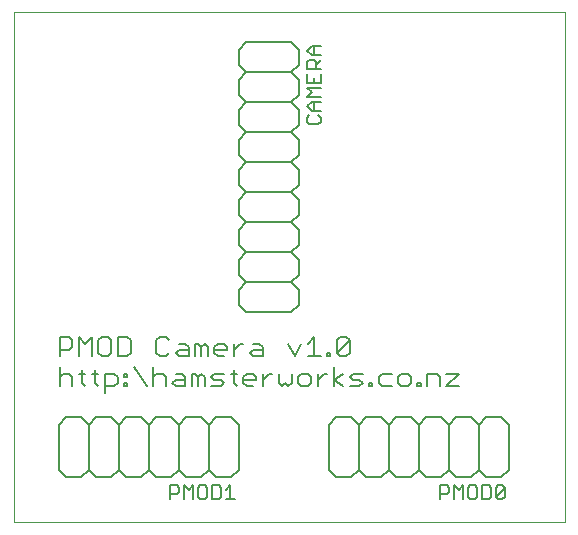
<source format=gto>
G75*
G70*
%OFA0B0*%
%FSLAX24Y24*%
%IPPOS*%
%LPD*%
%AMOC8*
5,1,8,0,0,1.08239X$1,22.5*
%
%ADD10C,0.0000*%
%ADD11C,0.0060*%
%ADD12C,0.0050*%
D10*
X000100Y000100D02*
X000100Y017096D01*
X018470Y017096D01*
X018470Y000100D01*
X000100Y000100D01*
D11*
X001850Y001600D02*
X001600Y001850D01*
X001600Y003350D01*
X001850Y003600D01*
X002350Y003600D01*
X002600Y003350D01*
X002600Y001850D01*
X002350Y001600D01*
X001850Y001600D01*
X002600Y001850D02*
X002850Y001600D01*
X003350Y001600D01*
X003600Y001850D01*
X003600Y003350D01*
X003350Y003600D01*
X002850Y003600D01*
X002600Y003350D01*
X003600Y003350D02*
X003850Y003600D01*
X004350Y003600D01*
X004600Y003350D01*
X004600Y001850D01*
X004350Y001600D01*
X003850Y001600D01*
X003600Y001850D01*
X004600Y001850D02*
X004850Y001600D01*
X005350Y001600D01*
X005600Y001850D01*
X005600Y003350D01*
X005350Y003600D01*
X004850Y003600D01*
X004600Y003350D01*
X005600Y003350D02*
X005850Y003600D01*
X006350Y003600D01*
X006600Y003350D01*
X006600Y001850D01*
X006350Y001600D01*
X005850Y001600D01*
X005600Y001850D01*
X006600Y001850D02*
X006850Y001600D01*
X007350Y001600D01*
X007600Y001850D01*
X007600Y003350D01*
X007350Y003600D01*
X006850Y003600D01*
X006600Y003350D01*
X006679Y004630D02*
X006999Y004630D01*
X007106Y004737D01*
X006999Y004844D01*
X006786Y004844D01*
X006679Y004950D01*
X006786Y005057D01*
X007106Y005057D01*
X007324Y005057D02*
X007537Y005057D01*
X007430Y005164D02*
X007430Y004737D01*
X007537Y004630D01*
X007753Y004737D02*
X007753Y004950D01*
X007860Y005057D01*
X008073Y005057D01*
X008180Y004950D01*
X008180Y004844D01*
X007753Y004844D01*
X007753Y004737D02*
X007860Y004630D01*
X008073Y004630D01*
X008398Y004630D02*
X008398Y005057D01*
X008398Y004844D02*
X008611Y005057D01*
X008718Y005057D01*
X008935Y005057D02*
X008935Y004737D01*
X009042Y004630D01*
X009148Y004737D01*
X009255Y004630D01*
X009362Y004737D01*
X009362Y005057D01*
X009579Y004950D02*
X009579Y004737D01*
X009686Y004630D01*
X009900Y004630D01*
X010006Y004737D01*
X010006Y004950D01*
X009900Y005057D01*
X009686Y005057D01*
X009579Y004950D01*
X010224Y004844D02*
X010438Y005057D01*
X010544Y005057D01*
X010761Y004844D02*
X011081Y005057D01*
X011298Y004950D02*
X011405Y005057D01*
X011725Y005057D01*
X011619Y004844D02*
X011405Y004844D01*
X011298Y004950D01*
X011298Y004630D02*
X011619Y004630D01*
X011725Y004737D01*
X011619Y004844D01*
X011943Y004737D02*
X011943Y004630D01*
X012050Y004630D01*
X012050Y004737D01*
X011943Y004737D01*
X012265Y004737D02*
X012372Y004630D01*
X012692Y004630D01*
X012910Y004737D02*
X013016Y004630D01*
X013230Y004630D01*
X013337Y004737D01*
X013337Y004950D01*
X013230Y005057D01*
X013016Y005057D01*
X012910Y004950D01*
X012910Y004737D01*
X012692Y005057D02*
X012372Y005057D01*
X012265Y004950D01*
X012265Y004737D01*
X013554Y004737D02*
X013554Y004630D01*
X013661Y004630D01*
X013661Y004737D01*
X013554Y004737D01*
X013876Y004630D02*
X013876Y005057D01*
X014197Y005057D01*
X014303Y004950D01*
X014303Y004630D01*
X014521Y004630D02*
X014948Y004630D01*
X014948Y005057D02*
X014521Y004630D01*
X014521Y005057D02*
X014948Y005057D01*
X014850Y003600D02*
X015350Y003600D01*
X015600Y003350D01*
X015600Y001850D01*
X015350Y001600D01*
X014850Y001600D01*
X014600Y001850D01*
X014600Y003350D01*
X014350Y003600D01*
X013850Y003600D01*
X013600Y003350D01*
X013600Y001850D01*
X013350Y001600D01*
X012850Y001600D01*
X012600Y001850D01*
X012600Y003350D01*
X012350Y003600D01*
X011850Y003600D01*
X011600Y003350D01*
X011350Y003600D01*
X010850Y003600D01*
X010600Y003350D01*
X010600Y001850D01*
X010850Y001600D01*
X011350Y001600D01*
X011600Y001850D01*
X011600Y003350D01*
X012600Y003350D02*
X012850Y003600D01*
X013350Y003600D01*
X013600Y003350D01*
X014600Y003350D02*
X014850Y003600D01*
X015600Y003350D02*
X015850Y003600D01*
X016350Y003600D01*
X016600Y003350D01*
X016600Y001850D01*
X016350Y001600D01*
X015850Y001600D01*
X015600Y001850D01*
X014600Y001850D02*
X014350Y001600D01*
X013850Y001600D01*
X013600Y001850D01*
X012600Y001850D02*
X012350Y001600D01*
X011850Y001600D01*
X011600Y001850D01*
X011081Y004630D02*
X010761Y004844D01*
X010761Y004630D02*
X010761Y005271D01*
X010653Y005630D02*
X010546Y005630D01*
X010546Y005737D01*
X010653Y005737D01*
X010653Y005630D01*
X010869Y005737D02*
X011296Y006164D01*
X011296Y005737D01*
X011189Y005630D01*
X010975Y005630D01*
X010869Y005737D01*
X010869Y006164D01*
X010975Y006271D01*
X011189Y006271D01*
X011296Y006164D01*
X010329Y005630D02*
X009902Y005630D01*
X010115Y005630D02*
X010115Y006271D01*
X009902Y006057D01*
X009684Y006057D02*
X009471Y005630D01*
X009257Y006057D01*
X008395Y005950D02*
X008395Y005630D01*
X008075Y005630D01*
X007968Y005737D01*
X008075Y005844D01*
X008395Y005844D01*
X008395Y005950D02*
X008288Y006057D01*
X008075Y006057D01*
X007751Y006057D02*
X007644Y006057D01*
X007431Y005844D01*
X007431Y006057D02*
X007431Y005630D01*
X007213Y005844D02*
X007213Y005950D01*
X007107Y006057D01*
X006893Y006057D01*
X006786Y005950D01*
X006786Y005737D01*
X006893Y005630D01*
X007107Y005630D01*
X007213Y005844D02*
X006786Y005844D01*
X006569Y005950D02*
X006569Y005630D01*
X006355Y005630D02*
X006355Y005950D01*
X006462Y006057D01*
X006569Y005950D01*
X006355Y005950D02*
X006249Y006057D01*
X006142Y006057D01*
X006142Y005630D01*
X005924Y005630D02*
X005924Y005950D01*
X005818Y006057D01*
X005604Y006057D01*
X005604Y005844D02*
X005497Y005737D01*
X005604Y005630D01*
X005924Y005630D01*
X005924Y005844D02*
X005604Y005844D01*
X005280Y005737D02*
X005173Y005630D01*
X004960Y005630D01*
X004853Y005737D01*
X004853Y006164D01*
X004960Y006271D01*
X005173Y006271D01*
X005280Y006164D01*
X004745Y005271D02*
X004745Y004630D01*
X004528Y004630D02*
X004101Y005271D01*
X003885Y005057D02*
X003885Y004950D01*
X003778Y004950D01*
X003778Y005057D01*
X003885Y005057D01*
X003561Y004950D02*
X003561Y004737D01*
X003454Y004630D01*
X003134Y004630D01*
X003134Y004416D02*
X003134Y005057D01*
X003454Y005057D01*
X003561Y004950D01*
X003778Y004737D02*
X003778Y004630D01*
X003885Y004630D01*
X003885Y004737D01*
X003778Y004737D01*
X002918Y004630D02*
X002811Y004737D01*
X002811Y005164D01*
X002704Y005057D02*
X002918Y005057D01*
X002488Y005057D02*
X002275Y005057D01*
X002381Y005164D02*
X002381Y004737D01*
X002488Y004630D01*
X002057Y004630D02*
X002057Y004950D01*
X001950Y005057D01*
X001737Y005057D01*
X001630Y004950D01*
X001630Y004630D02*
X001630Y005271D01*
X001630Y005630D02*
X001630Y006271D01*
X001950Y006271D01*
X002057Y006164D01*
X002057Y005950D01*
X001950Y005844D01*
X001630Y005844D01*
X002275Y005630D02*
X002275Y006271D01*
X002488Y006057D01*
X002702Y006271D01*
X002702Y005630D01*
X002919Y005737D02*
X003026Y005630D01*
X003239Y005630D01*
X003346Y005737D01*
X003346Y006164D01*
X003239Y006271D01*
X003026Y006271D01*
X002919Y006164D01*
X002919Y005737D01*
X003564Y005630D02*
X003884Y005630D01*
X003991Y005737D01*
X003991Y006164D01*
X003884Y006271D01*
X003564Y006271D01*
X003564Y005630D01*
X004745Y004950D02*
X004852Y005057D01*
X005066Y005057D01*
X005172Y004950D01*
X005172Y004630D01*
X005390Y004737D02*
X005497Y004844D01*
X005817Y004844D01*
X005817Y004950D02*
X005817Y004630D01*
X005497Y004630D01*
X005390Y004737D01*
X005497Y005057D02*
X005710Y005057D01*
X005817Y004950D01*
X006034Y005057D02*
X006141Y005057D01*
X006248Y004950D01*
X006355Y005057D01*
X006461Y004950D01*
X006461Y004630D01*
X006248Y004630D02*
X006248Y004950D01*
X006034Y005057D02*
X006034Y004630D01*
X007850Y007100D02*
X009350Y007100D01*
X009600Y007350D01*
X009600Y007850D01*
X009350Y008100D01*
X007850Y008100D01*
X007600Y007850D01*
X007600Y007350D01*
X007850Y007100D01*
X007850Y008100D02*
X007600Y008350D01*
X007600Y008850D01*
X007850Y009100D01*
X009350Y009100D01*
X009600Y008850D01*
X009600Y008350D01*
X009350Y008100D01*
X009350Y009100D02*
X009600Y009350D01*
X009600Y009850D01*
X009350Y010100D01*
X007850Y010100D01*
X007600Y009850D01*
X007600Y009350D01*
X007850Y009100D01*
X007850Y010100D02*
X007600Y010350D01*
X007600Y010850D01*
X007850Y011100D01*
X009350Y011100D01*
X009600Y010850D01*
X009600Y010350D01*
X009350Y010100D01*
X009350Y011100D02*
X009600Y011350D01*
X009600Y011850D01*
X009350Y012100D01*
X007850Y012100D01*
X007600Y011850D01*
X007600Y011350D01*
X007850Y011100D01*
X007850Y012100D02*
X007600Y012350D01*
X007600Y012850D01*
X007850Y013100D01*
X009350Y013100D01*
X009600Y012850D01*
X009600Y012350D01*
X009350Y012100D01*
X009350Y013100D02*
X009600Y013350D01*
X009600Y013850D01*
X009350Y014100D01*
X007850Y014100D01*
X007600Y013850D01*
X007600Y013350D01*
X007850Y013100D01*
X007850Y014100D02*
X007600Y014350D01*
X007600Y014850D01*
X007850Y015100D01*
X009350Y015100D01*
X009600Y014850D01*
X009600Y014350D01*
X009350Y014100D01*
X009350Y015100D02*
X009600Y015350D01*
X009600Y015850D01*
X009350Y016100D01*
X007850Y016100D01*
X007600Y015850D01*
X007600Y015350D01*
X007850Y015100D01*
X010224Y005057D02*
X010224Y004630D01*
D12*
X007315Y001325D02*
X007315Y000875D01*
X007165Y000875D02*
X007465Y000875D01*
X007165Y001175D02*
X007315Y001325D01*
X007004Y001250D02*
X007004Y000950D01*
X006929Y000875D01*
X006704Y000875D01*
X006704Y001325D01*
X006929Y001325D01*
X007004Y001250D01*
X006544Y001250D02*
X006544Y000950D01*
X006469Y000875D01*
X006319Y000875D01*
X006244Y000950D01*
X006244Y001250D01*
X006319Y001325D01*
X006469Y001325D01*
X006544Y001250D01*
X006084Y001325D02*
X006084Y000875D01*
X005783Y000875D02*
X005783Y001325D01*
X005934Y001175D01*
X006084Y001325D01*
X005623Y001250D02*
X005623Y001100D01*
X005548Y001025D01*
X005323Y001025D01*
X005323Y000875D02*
X005323Y001325D01*
X005548Y001325D01*
X005623Y001250D01*
X014323Y001325D02*
X014323Y000875D01*
X014323Y001025D02*
X014548Y001025D01*
X014623Y001100D01*
X014623Y001250D01*
X014548Y001325D01*
X014323Y001325D01*
X014783Y001325D02*
X014783Y000875D01*
X014934Y001175D02*
X015084Y001325D01*
X015084Y000875D01*
X015244Y000950D02*
X015319Y000875D01*
X015469Y000875D01*
X015544Y000950D01*
X015544Y001250D01*
X015469Y001325D01*
X015319Y001325D01*
X015244Y001250D01*
X015244Y000950D01*
X014934Y001175D02*
X014783Y001325D01*
X015704Y001325D02*
X015704Y000875D01*
X015929Y000875D01*
X016004Y000950D01*
X016004Y001250D01*
X015929Y001325D01*
X015704Y001325D01*
X016165Y001250D02*
X016165Y000950D01*
X016465Y001250D01*
X016465Y000950D01*
X016390Y000875D01*
X016240Y000875D01*
X016165Y000950D01*
X016165Y001250D02*
X016240Y001325D01*
X016390Y001325D01*
X016465Y001250D01*
X010250Y013363D02*
X009950Y013363D01*
X009875Y013438D01*
X009875Y013588D01*
X009950Y013663D01*
X010025Y013823D02*
X009875Y013973D01*
X010025Y014123D01*
X010325Y014123D01*
X010325Y014283D02*
X009875Y014283D01*
X010025Y014434D01*
X009875Y014584D01*
X010325Y014584D01*
X010325Y014744D02*
X010325Y015044D01*
X010325Y015204D02*
X009875Y015204D01*
X009875Y015429D01*
X009950Y015504D01*
X010100Y015504D01*
X010175Y015429D01*
X010175Y015204D01*
X010175Y015354D02*
X010325Y015504D01*
X010325Y015665D02*
X010025Y015665D01*
X009875Y015815D01*
X010025Y015965D01*
X010325Y015965D01*
X010100Y015965D02*
X010100Y015665D01*
X009875Y015044D02*
X009875Y014744D01*
X010325Y014744D01*
X010100Y014744D02*
X010100Y014894D01*
X010100Y014123D02*
X010100Y013823D01*
X010025Y013823D02*
X010325Y013823D01*
X010250Y013663D02*
X010325Y013588D01*
X010325Y013438D01*
X010250Y013363D01*
M02*

</source>
